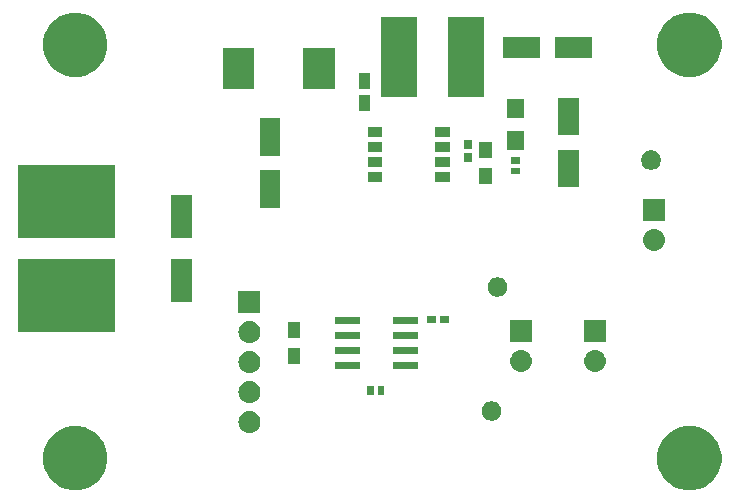
<source format=gts>
G04 #@! TF.GenerationSoftware,KiCad,Pcbnew,5.0.0*
G04 #@! TF.CreationDate,2018-08-15T09:13:27-04:00*
G04 #@! TF.ProjectId,rs485,72733438352E6B696361645F70636200,rev?*
G04 #@! TF.SameCoordinates,Original*
G04 #@! TF.FileFunction,Soldermask,Top*
G04 #@! TF.FilePolarity,Negative*
%FSLAX46Y46*%
G04 Gerber Fmt 4.6, Leading zero omitted, Abs format (unit mm)*
G04 Created by KiCad (PCBNEW 5.0.0) date Wed Aug 15 09:13:27 2018*
%MOMM*%
%LPD*%
G01*
G04 APERTURE LIST*
%ADD10C,0.100000*%
G04 APERTURE END LIST*
D10*
G36*
X88795205Y-110378566D02*
X89291338Y-110584071D01*
X89737852Y-110882423D01*
X90117577Y-111262148D01*
X90415929Y-111708662D01*
X90621434Y-112204795D01*
X90726200Y-112731493D01*
X90726200Y-113268507D01*
X90621434Y-113795205D01*
X90415929Y-114291338D01*
X90117577Y-114737852D01*
X89737852Y-115117577D01*
X89291338Y-115415929D01*
X88795205Y-115621434D01*
X88268507Y-115726200D01*
X87731493Y-115726200D01*
X87204795Y-115621434D01*
X86708662Y-115415929D01*
X86262148Y-115117577D01*
X85882423Y-114737852D01*
X85584071Y-114291338D01*
X85378566Y-113795205D01*
X85273800Y-113268507D01*
X85273800Y-112731493D01*
X85378566Y-112204795D01*
X85584071Y-111708662D01*
X85882423Y-111262148D01*
X86262148Y-110882423D01*
X86708662Y-110584071D01*
X87204795Y-110378566D01*
X87731493Y-110273800D01*
X88268507Y-110273800D01*
X88795205Y-110378566D01*
X88795205Y-110378566D01*
G37*
G36*
X36795205Y-110378566D02*
X37291338Y-110584071D01*
X37737852Y-110882423D01*
X38117577Y-111262148D01*
X38415929Y-111708662D01*
X38621434Y-112204795D01*
X38726200Y-112731493D01*
X38726200Y-113268507D01*
X38621434Y-113795205D01*
X38415929Y-114291338D01*
X38117577Y-114737852D01*
X37737852Y-115117577D01*
X37291338Y-115415929D01*
X36795205Y-115621434D01*
X36268507Y-115726200D01*
X35731493Y-115726200D01*
X35204795Y-115621434D01*
X34708662Y-115415929D01*
X34262148Y-115117577D01*
X33882423Y-114737852D01*
X33584071Y-114291338D01*
X33378566Y-113795205D01*
X33273800Y-113268507D01*
X33273800Y-112731493D01*
X33378566Y-112204795D01*
X33584071Y-111708662D01*
X33882423Y-111262148D01*
X34262148Y-110882423D01*
X34708662Y-110584071D01*
X35204795Y-110378566D01*
X35731493Y-110273800D01*
X36268507Y-110273800D01*
X36795205Y-110378566D01*
X36795205Y-110378566D01*
G37*
G36*
X50931563Y-108997201D02*
X50931566Y-108997202D01*
X50931567Y-108997202D01*
X51106156Y-109050163D01*
X51267059Y-109136167D01*
X51408091Y-109251909D01*
X51523833Y-109392941D01*
X51609837Y-109553844D01*
X51636504Y-109641752D01*
X51662799Y-109728437D01*
X51680682Y-109910000D01*
X51662799Y-110091563D01*
X51662798Y-110091566D01*
X51662798Y-110091567D01*
X51609837Y-110266156D01*
X51523833Y-110427059D01*
X51408091Y-110568091D01*
X51267059Y-110683833D01*
X51106156Y-110769837D01*
X50931567Y-110822798D01*
X50931566Y-110822798D01*
X50931563Y-110822799D01*
X50795501Y-110836200D01*
X50704499Y-110836200D01*
X50568437Y-110822799D01*
X50568434Y-110822798D01*
X50568433Y-110822798D01*
X50393844Y-110769837D01*
X50232941Y-110683833D01*
X50091909Y-110568091D01*
X49976167Y-110427059D01*
X49890163Y-110266156D01*
X49837202Y-110091567D01*
X49837202Y-110091566D01*
X49837201Y-110091563D01*
X49819318Y-109910000D01*
X49837201Y-109728437D01*
X49863497Y-109641752D01*
X49890163Y-109553844D01*
X49976167Y-109392941D01*
X50091909Y-109251909D01*
X50232941Y-109136167D01*
X50393844Y-109050163D01*
X50568433Y-108997202D01*
X50568434Y-108997202D01*
X50568437Y-108997201D01*
X50704499Y-108983800D01*
X50795501Y-108983800D01*
X50931563Y-108997201D01*
X50931563Y-108997201D01*
G37*
G36*
X71490994Y-108205550D02*
X71641353Y-108267831D01*
X71776672Y-108358248D01*
X71891752Y-108473328D01*
X71982169Y-108608647D01*
X72044450Y-108759006D01*
X72076200Y-108918626D01*
X72076200Y-109081374D01*
X72044450Y-109240994D01*
X71982169Y-109391353D01*
X71891752Y-109526672D01*
X71776672Y-109641752D01*
X71641353Y-109732169D01*
X71490994Y-109794450D01*
X71331374Y-109826200D01*
X71168626Y-109826200D01*
X71009006Y-109794450D01*
X70858647Y-109732169D01*
X70723328Y-109641752D01*
X70608248Y-109526672D01*
X70517831Y-109391353D01*
X70455550Y-109240994D01*
X70423800Y-109081374D01*
X70423800Y-108918626D01*
X70455550Y-108759006D01*
X70517831Y-108608647D01*
X70608248Y-108473328D01*
X70723328Y-108358248D01*
X70858647Y-108267831D01*
X71009006Y-108205550D01*
X71168626Y-108173800D01*
X71331374Y-108173800D01*
X71490994Y-108205550D01*
X71490994Y-108205550D01*
G37*
G36*
X50931563Y-106457201D02*
X50931566Y-106457202D01*
X50931567Y-106457202D01*
X51106156Y-106510163D01*
X51267059Y-106596167D01*
X51267061Y-106596168D01*
X51267060Y-106596168D01*
X51408091Y-106711909D01*
X51523832Y-106852940D01*
X51609837Y-107013844D01*
X51662799Y-107188437D01*
X51680682Y-107370000D01*
X51662799Y-107551563D01*
X51662798Y-107551566D01*
X51662798Y-107551567D01*
X51609837Y-107726156D01*
X51523833Y-107887059D01*
X51408091Y-108028091D01*
X51267059Y-108143833D01*
X51106156Y-108229837D01*
X50931567Y-108282798D01*
X50931566Y-108282798D01*
X50931563Y-108282799D01*
X50795501Y-108296200D01*
X50704499Y-108296200D01*
X50568437Y-108282799D01*
X50568434Y-108282798D01*
X50568433Y-108282798D01*
X50393844Y-108229837D01*
X50232941Y-108143833D01*
X50091909Y-108028091D01*
X49976167Y-107887059D01*
X49890163Y-107726156D01*
X49837202Y-107551567D01*
X49837202Y-107551566D01*
X49837201Y-107551563D01*
X49819318Y-107370000D01*
X49837201Y-107188437D01*
X49890163Y-107013844D01*
X49976168Y-106852940D01*
X50091909Y-106711909D01*
X50232940Y-106596168D01*
X50232939Y-106596168D01*
X50232941Y-106596167D01*
X50393844Y-106510163D01*
X50568433Y-106457202D01*
X50568434Y-106457202D01*
X50568437Y-106457201D01*
X50704499Y-106443800D01*
X50795501Y-106443800D01*
X50931563Y-106457201D01*
X50931563Y-106457201D01*
G37*
G36*
X61276200Y-107626200D02*
X60723800Y-107626200D01*
X60723800Y-106873800D01*
X61276200Y-106873800D01*
X61276200Y-107626200D01*
X61276200Y-107626200D01*
G37*
G36*
X62176200Y-107626200D02*
X61623800Y-107626200D01*
X61623800Y-106873800D01*
X62176200Y-106873800D01*
X62176200Y-107626200D01*
X62176200Y-107626200D01*
G37*
G36*
X50931563Y-103917201D02*
X50931566Y-103917202D01*
X50931567Y-103917202D01*
X51106156Y-103970163D01*
X51267059Y-104056167D01*
X51267061Y-104056168D01*
X51267060Y-104056168D01*
X51408091Y-104171909D01*
X51523832Y-104312940D01*
X51609837Y-104473844D01*
X51662799Y-104648437D01*
X51680682Y-104830000D01*
X51662799Y-105011563D01*
X51662798Y-105011566D01*
X51662798Y-105011567D01*
X51609837Y-105186156D01*
X51523833Y-105347059D01*
X51408091Y-105488091D01*
X51267059Y-105603833D01*
X51106156Y-105689837D01*
X50931567Y-105742798D01*
X50931566Y-105742798D01*
X50931563Y-105742799D01*
X50795501Y-105756200D01*
X50704499Y-105756200D01*
X50568437Y-105742799D01*
X50568434Y-105742798D01*
X50568433Y-105742798D01*
X50393844Y-105689837D01*
X50232941Y-105603833D01*
X50091909Y-105488091D01*
X49976167Y-105347059D01*
X49890163Y-105186156D01*
X49837202Y-105011567D01*
X49837202Y-105011566D01*
X49837201Y-105011563D01*
X49819318Y-104830000D01*
X49837201Y-104648437D01*
X49890163Y-104473844D01*
X49976168Y-104312940D01*
X50091909Y-104171909D01*
X50232940Y-104056168D01*
X50232939Y-104056168D01*
X50232941Y-104056167D01*
X50393844Y-103970163D01*
X50568433Y-103917202D01*
X50568434Y-103917202D01*
X50568437Y-103917201D01*
X50704499Y-103903800D01*
X50795501Y-103903800D01*
X50931563Y-103917201D01*
X50931563Y-103917201D01*
G37*
G36*
X80181563Y-103877201D02*
X80181566Y-103877202D01*
X80181567Y-103877202D01*
X80356156Y-103930163D01*
X80517059Y-104016167D01*
X80658091Y-104131909D01*
X80773833Y-104272941D01*
X80795213Y-104312941D01*
X80859837Y-104433844D01*
X80912799Y-104608437D01*
X80930682Y-104790000D01*
X80912799Y-104971563D01*
X80912798Y-104971566D01*
X80912798Y-104971567D01*
X80859837Y-105146156D01*
X80773833Y-105307059D01*
X80658091Y-105448091D01*
X80517059Y-105563833D01*
X80356156Y-105649837D01*
X80181567Y-105702798D01*
X80181566Y-105702798D01*
X80181563Y-105702799D01*
X80045501Y-105716200D01*
X79954499Y-105716200D01*
X79818437Y-105702799D01*
X79818434Y-105702798D01*
X79818433Y-105702798D01*
X79643844Y-105649837D01*
X79482941Y-105563833D01*
X79341909Y-105448091D01*
X79226167Y-105307059D01*
X79140163Y-105146156D01*
X79087202Y-104971567D01*
X79087202Y-104971566D01*
X79087201Y-104971563D01*
X79069318Y-104790000D01*
X79087201Y-104608437D01*
X79140163Y-104433844D01*
X79204787Y-104312941D01*
X79226167Y-104272941D01*
X79341909Y-104131909D01*
X79482941Y-104016167D01*
X79643844Y-103930163D01*
X79818433Y-103877202D01*
X79818434Y-103877202D01*
X79818437Y-103877201D01*
X79954499Y-103863800D01*
X80045501Y-103863800D01*
X80181563Y-103877201D01*
X80181563Y-103877201D01*
G37*
G36*
X73931563Y-103877201D02*
X73931566Y-103877202D01*
X73931567Y-103877202D01*
X74106156Y-103930163D01*
X74267059Y-104016167D01*
X74408091Y-104131909D01*
X74523833Y-104272941D01*
X74545213Y-104312941D01*
X74609837Y-104433844D01*
X74662799Y-104608437D01*
X74680682Y-104790000D01*
X74662799Y-104971563D01*
X74662798Y-104971566D01*
X74662798Y-104971567D01*
X74609837Y-105146156D01*
X74523833Y-105307059D01*
X74408091Y-105448091D01*
X74267059Y-105563833D01*
X74106156Y-105649837D01*
X73931567Y-105702798D01*
X73931566Y-105702798D01*
X73931563Y-105702799D01*
X73795501Y-105716200D01*
X73704499Y-105716200D01*
X73568437Y-105702799D01*
X73568434Y-105702798D01*
X73568433Y-105702798D01*
X73393844Y-105649837D01*
X73232941Y-105563833D01*
X73091909Y-105448091D01*
X72976167Y-105307059D01*
X72890163Y-105146156D01*
X72837202Y-104971567D01*
X72837202Y-104971566D01*
X72837201Y-104971563D01*
X72819318Y-104790000D01*
X72837201Y-104608437D01*
X72890163Y-104433844D01*
X72954787Y-104312941D01*
X72976167Y-104272941D01*
X73091909Y-104131909D01*
X73232941Y-104016167D01*
X73393844Y-103930163D01*
X73568433Y-103877202D01*
X73568434Y-103877202D01*
X73568437Y-103877201D01*
X73704499Y-103863800D01*
X73795501Y-103863800D01*
X73931563Y-103877201D01*
X73931563Y-103877201D01*
G37*
G36*
X60075000Y-105470000D02*
X57995000Y-105470000D01*
X57995000Y-104840000D01*
X60075000Y-104840000D01*
X60075000Y-105470000D01*
X60075000Y-105470000D01*
G37*
G36*
X65005000Y-105470000D02*
X62925000Y-105470000D01*
X62925000Y-104840000D01*
X65005000Y-104840000D01*
X65005000Y-105470000D01*
X65005000Y-105470000D01*
G37*
G36*
X55026200Y-105026200D02*
X53973800Y-105026200D01*
X53973800Y-103673800D01*
X55026200Y-103673800D01*
X55026200Y-105026200D01*
X55026200Y-105026200D01*
G37*
G36*
X65005000Y-104200000D02*
X62925000Y-104200000D01*
X62925000Y-103570000D01*
X65005000Y-103570000D01*
X65005000Y-104200000D01*
X65005000Y-104200000D01*
G37*
G36*
X60075000Y-104200000D02*
X57995000Y-104200000D01*
X57995000Y-103570000D01*
X60075000Y-103570000D01*
X60075000Y-104200000D01*
X60075000Y-104200000D01*
G37*
G36*
X50931563Y-101377201D02*
X50931566Y-101377202D01*
X50931567Y-101377202D01*
X51106156Y-101430163D01*
X51267059Y-101516167D01*
X51267061Y-101516168D01*
X51267060Y-101516168D01*
X51408091Y-101631909D01*
X51523832Y-101772940D01*
X51609837Y-101933844D01*
X51662799Y-102108437D01*
X51680682Y-102290000D01*
X51662799Y-102471563D01*
X51662798Y-102471566D01*
X51662798Y-102471567D01*
X51609837Y-102646156D01*
X51523833Y-102807059D01*
X51408091Y-102948091D01*
X51267059Y-103063833D01*
X51106156Y-103149837D01*
X50931567Y-103202798D01*
X50931566Y-103202798D01*
X50931563Y-103202799D01*
X50795501Y-103216200D01*
X50704499Y-103216200D01*
X50568437Y-103202799D01*
X50568434Y-103202798D01*
X50568433Y-103202798D01*
X50393844Y-103149837D01*
X50232941Y-103063833D01*
X50091909Y-102948091D01*
X49976167Y-102807059D01*
X49890163Y-102646156D01*
X49837202Y-102471567D01*
X49837202Y-102471566D01*
X49837201Y-102471563D01*
X49819318Y-102290000D01*
X49837201Y-102108437D01*
X49890163Y-101933844D01*
X49976168Y-101772940D01*
X50091909Y-101631909D01*
X50232940Y-101516168D01*
X50232939Y-101516168D01*
X50232941Y-101516167D01*
X50393844Y-101430163D01*
X50568433Y-101377202D01*
X50568434Y-101377202D01*
X50568437Y-101377201D01*
X50704499Y-101363800D01*
X50795501Y-101363800D01*
X50931563Y-101377201D01*
X50931563Y-101377201D01*
G37*
G36*
X74676200Y-103176200D02*
X72823800Y-103176200D01*
X72823800Y-101323800D01*
X74676200Y-101323800D01*
X74676200Y-103176200D01*
X74676200Y-103176200D01*
G37*
G36*
X80926200Y-103176200D02*
X79073800Y-103176200D01*
X79073800Y-101323800D01*
X80926200Y-101323800D01*
X80926200Y-103176200D01*
X80926200Y-103176200D01*
G37*
G36*
X65005000Y-102930000D02*
X62925000Y-102930000D01*
X62925000Y-102300000D01*
X65005000Y-102300000D01*
X65005000Y-102930000D01*
X65005000Y-102930000D01*
G37*
G36*
X60075000Y-102930000D02*
X57995000Y-102930000D01*
X57995000Y-102300000D01*
X60075000Y-102300000D01*
X60075000Y-102930000D01*
X60075000Y-102930000D01*
G37*
G36*
X55026200Y-102826200D02*
X53973800Y-102826200D01*
X53973800Y-101473800D01*
X55026200Y-101473800D01*
X55026200Y-102826200D01*
X55026200Y-102826200D01*
G37*
G36*
X39326200Y-102326200D02*
X31173800Y-102326200D01*
X31173800Y-96173800D01*
X39326200Y-96173800D01*
X39326200Y-102326200D01*
X39326200Y-102326200D01*
G37*
G36*
X60075000Y-101660000D02*
X57995000Y-101660000D01*
X57995000Y-101030000D01*
X60075000Y-101030000D01*
X60075000Y-101660000D01*
X60075000Y-101660000D01*
G37*
G36*
X65005000Y-101660000D02*
X62925000Y-101660000D01*
X62925000Y-101030000D01*
X65005000Y-101030000D01*
X65005000Y-101660000D01*
X65005000Y-101660000D01*
G37*
G36*
X67676200Y-101576200D02*
X66923800Y-101576200D01*
X66923800Y-100923800D01*
X67676200Y-100923800D01*
X67676200Y-101576200D01*
X67676200Y-101576200D01*
G37*
G36*
X66576200Y-101576200D02*
X65823800Y-101576200D01*
X65823800Y-100923800D01*
X66576200Y-100923800D01*
X66576200Y-101576200D01*
X66576200Y-101576200D01*
G37*
G36*
X51676200Y-100676200D02*
X49823800Y-100676200D01*
X49823800Y-98823800D01*
X51676200Y-98823800D01*
X51676200Y-100676200D01*
X51676200Y-100676200D01*
G37*
G36*
X45876200Y-99776200D02*
X44123800Y-99776200D01*
X44123800Y-96123800D01*
X45876200Y-96123800D01*
X45876200Y-99776200D01*
X45876200Y-99776200D01*
G37*
G36*
X71990994Y-97705550D02*
X72141353Y-97767831D01*
X72276672Y-97858248D01*
X72391752Y-97973328D01*
X72482169Y-98108647D01*
X72544450Y-98259006D01*
X72576200Y-98418626D01*
X72576200Y-98581374D01*
X72544450Y-98740994D01*
X72482169Y-98891353D01*
X72391752Y-99026672D01*
X72276672Y-99141752D01*
X72141353Y-99232169D01*
X71990994Y-99294450D01*
X71831374Y-99326200D01*
X71668626Y-99326200D01*
X71509006Y-99294450D01*
X71358647Y-99232169D01*
X71223328Y-99141752D01*
X71108248Y-99026672D01*
X71017831Y-98891353D01*
X70955550Y-98740994D01*
X70923800Y-98581374D01*
X70923800Y-98418626D01*
X70955550Y-98259006D01*
X71017831Y-98108647D01*
X71108248Y-97973328D01*
X71223328Y-97858248D01*
X71358647Y-97767831D01*
X71509006Y-97705550D01*
X71668626Y-97673800D01*
X71831374Y-97673800D01*
X71990994Y-97705550D01*
X71990994Y-97705550D01*
G37*
G36*
X85181563Y-93627201D02*
X85181566Y-93627202D01*
X85181567Y-93627202D01*
X85356156Y-93680163D01*
X85517059Y-93766167D01*
X85517061Y-93766168D01*
X85517060Y-93766168D01*
X85658091Y-93881909D01*
X85773832Y-94022940D01*
X85859837Y-94183844D01*
X85912799Y-94358437D01*
X85930682Y-94540000D01*
X85912799Y-94721563D01*
X85912798Y-94721566D01*
X85912798Y-94721567D01*
X85859837Y-94896156D01*
X85773833Y-95057059D01*
X85658091Y-95198091D01*
X85517059Y-95313833D01*
X85356156Y-95399837D01*
X85181567Y-95452798D01*
X85181566Y-95452798D01*
X85181563Y-95452799D01*
X85045501Y-95466200D01*
X84954499Y-95466200D01*
X84818437Y-95452799D01*
X84818434Y-95452798D01*
X84818433Y-95452798D01*
X84643844Y-95399837D01*
X84482941Y-95313833D01*
X84341909Y-95198091D01*
X84226167Y-95057059D01*
X84140163Y-94896156D01*
X84087202Y-94721567D01*
X84087202Y-94721566D01*
X84087201Y-94721563D01*
X84069318Y-94540000D01*
X84087201Y-94358437D01*
X84140163Y-94183844D01*
X84226168Y-94022940D01*
X84341909Y-93881909D01*
X84482940Y-93766168D01*
X84482939Y-93766168D01*
X84482941Y-93766167D01*
X84643844Y-93680163D01*
X84818433Y-93627202D01*
X84818434Y-93627202D01*
X84818437Y-93627201D01*
X84954499Y-93613800D01*
X85045501Y-93613800D01*
X85181563Y-93627201D01*
X85181563Y-93627201D01*
G37*
G36*
X45876200Y-94376200D02*
X44123800Y-94376200D01*
X44123800Y-90723800D01*
X45876200Y-90723800D01*
X45876200Y-94376200D01*
X45876200Y-94376200D01*
G37*
G36*
X39326200Y-94326200D02*
X31173800Y-94326200D01*
X31173800Y-88173800D01*
X39326200Y-88173800D01*
X39326200Y-94326200D01*
X39326200Y-94326200D01*
G37*
G36*
X85926200Y-92926200D02*
X84073800Y-92926200D01*
X84073800Y-91073800D01*
X85926200Y-91073800D01*
X85926200Y-92926200D01*
X85926200Y-92926200D01*
G37*
G36*
X53376200Y-91776200D02*
X51623800Y-91776200D01*
X51623800Y-88623800D01*
X53376200Y-88623800D01*
X53376200Y-91776200D01*
X53376200Y-91776200D01*
G37*
G36*
X78626200Y-90026200D02*
X76873800Y-90026200D01*
X76873800Y-86873800D01*
X78626200Y-86873800D01*
X78626200Y-90026200D01*
X78626200Y-90026200D01*
G37*
G36*
X71276200Y-89776200D02*
X70223800Y-89776200D01*
X70223800Y-88423800D01*
X71276200Y-88423800D01*
X71276200Y-89776200D01*
X71276200Y-89776200D01*
G37*
G36*
X62000000Y-89585000D02*
X60800000Y-89585000D01*
X60800000Y-88725000D01*
X62000000Y-88725000D01*
X62000000Y-89585000D01*
X62000000Y-89585000D01*
G37*
G36*
X67700000Y-89585000D02*
X66500000Y-89585000D01*
X66500000Y-88725000D01*
X67700000Y-88725000D01*
X67700000Y-89585000D01*
X67700000Y-89585000D01*
G37*
G36*
X73626200Y-88976200D02*
X72873800Y-88976200D01*
X72873800Y-88423800D01*
X73626200Y-88423800D01*
X73626200Y-88976200D01*
X73626200Y-88976200D01*
G37*
G36*
X84990994Y-86955550D02*
X85141353Y-87017831D01*
X85276672Y-87108248D01*
X85391752Y-87223328D01*
X85482169Y-87358647D01*
X85544450Y-87509006D01*
X85576200Y-87668626D01*
X85576200Y-87831374D01*
X85544450Y-87990994D01*
X85482169Y-88141353D01*
X85391752Y-88276672D01*
X85276672Y-88391752D01*
X85141353Y-88482169D01*
X84990994Y-88544450D01*
X84831374Y-88576200D01*
X84668626Y-88576200D01*
X84509006Y-88544450D01*
X84358647Y-88482169D01*
X84223328Y-88391752D01*
X84108248Y-88276672D01*
X84017831Y-88141353D01*
X83955550Y-87990994D01*
X83923800Y-87831374D01*
X83923800Y-87668626D01*
X83955550Y-87509006D01*
X84017831Y-87358647D01*
X84108248Y-87223328D01*
X84223328Y-87108248D01*
X84358647Y-87017831D01*
X84509006Y-86955550D01*
X84668626Y-86923800D01*
X84831374Y-86923800D01*
X84990994Y-86955550D01*
X84990994Y-86955550D01*
G37*
G36*
X67700000Y-88315000D02*
X66500000Y-88315000D01*
X66500000Y-87455000D01*
X67700000Y-87455000D01*
X67700000Y-88315000D01*
X67700000Y-88315000D01*
G37*
G36*
X62000000Y-88315000D02*
X60800000Y-88315000D01*
X60800000Y-87455000D01*
X62000000Y-87455000D01*
X62000000Y-88315000D01*
X62000000Y-88315000D01*
G37*
G36*
X73626200Y-88076200D02*
X72873800Y-88076200D01*
X72873800Y-87523800D01*
X73626200Y-87523800D01*
X73626200Y-88076200D01*
X73626200Y-88076200D01*
G37*
G36*
X69576200Y-87926200D02*
X68923800Y-87926200D01*
X68923800Y-87173800D01*
X69576200Y-87173800D01*
X69576200Y-87926200D01*
X69576200Y-87926200D01*
G37*
G36*
X71276200Y-87576200D02*
X70223800Y-87576200D01*
X70223800Y-86223800D01*
X71276200Y-86223800D01*
X71276200Y-87576200D01*
X71276200Y-87576200D01*
G37*
G36*
X53376200Y-87376200D02*
X51623800Y-87376200D01*
X51623800Y-84223800D01*
X53376200Y-84223800D01*
X53376200Y-87376200D01*
X53376200Y-87376200D01*
G37*
G36*
X67700000Y-87045000D02*
X66500000Y-87045000D01*
X66500000Y-86185000D01*
X67700000Y-86185000D01*
X67700000Y-87045000D01*
X67700000Y-87045000D01*
G37*
G36*
X62000000Y-87045000D02*
X60800000Y-87045000D01*
X60800000Y-86185000D01*
X62000000Y-86185000D01*
X62000000Y-87045000D01*
X62000000Y-87045000D01*
G37*
G36*
X73976200Y-86926200D02*
X72523800Y-86926200D01*
X72523800Y-85273800D01*
X73976200Y-85273800D01*
X73976200Y-86926200D01*
X73976200Y-86926200D01*
G37*
G36*
X69576200Y-86826200D02*
X68923800Y-86826200D01*
X68923800Y-86073800D01*
X69576200Y-86073800D01*
X69576200Y-86826200D01*
X69576200Y-86826200D01*
G37*
G36*
X62000000Y-85775000D02*
X60800000Y-85775000D01*
X60800000Y-84915000D01*
X62000000Y-84915000D01*
X62000000Y-85775000D01*
X62000000Y-85775000D01*
G37*
G36*
X67700000Y-85775000D02*
X66500000Y-85775000D01*
X66500000Y-84915000D01*
X67700000Y-84915000D01*
X67700000Y-85775000D01*
X67700000Y-85775000D01*
G37*
G36*
X78626200Y-85626200D02*
X76873800Y-85626200D01*
X76873800Y-82473800D01*
X78626200Y-82473800D01*
X78626200Y-85626200D01*
X78626200Y-85626200D01*
G37*
G36*
X73976200Y-84226200D02*
X72523800Y-84226200D01*
X72523800Y-82573800D01*
X73976200Y-82573800D01*
X73976200Y-84226200D01*
X73976200Y-84226200D01*
G37*
G36*
X60951200Y-83626200D02*
X60048800Y-83626200D01*
X60048800Y-82273800D01*
X60951200Y-82273800D01*
X60951200Y-83626200D01*
X60951200Y-83626200D01*
G37*
G36*
X64926200Y-82376200D02*
X61923800Y-82376200D01*
X61923800Y-75623800D01*
X64926200Y-75623800D01*
X64926200Y-82376200D01*
X64926200Y-82376200D01*
G37*
G36*
X70576200Y-82376200D02*
X67573800Y-82376200D01*
X67573800Y-75623800D01*
X70576200Y-75623800D01*
X70576200Y-82376200D01*
X70576200Y-82376200D01*
G37*
G36*
X60951200Y-81726200D02*
X60048800Y-81726200D01*
X60048800Y-80373800D01*
X60951200Y-80373800D01*
X60951200Y-81726200D01*
X60951200Y-81726200D01*
G37*
G36*
X51174820Y-81725930D02*
X48523060Y-81725930D01*
X48523060Y-78274070D01*
X51174820Y-78274070D01*
X51174820Y-81725930D01*
X51174820Y-81725930D01*
G37*
G36*
X57976940Y-81725930D02*
X55325180Y-81725930D01*
X55325180Y-78274070D01*
X57976940Y-78274070D01*
X57976940Y-81725930D01*
X57976940Y-81725930D01*
G37*
G36*
X88795205Y-75378566D02*
X89291338Y-75584071D01*
X89737852Y-75882423D01*
X90117577Y-76262148D01*
X90415929Y-76708662D01*
X90621434Y-77204795D01*
X90726200Y-77731493D01*
X90726200Y-78268507D01*
X90621434Y-78795205D01*
X90415929Y-79291338D01*
X90117577Y-79737852D01*
X89737852Y-80117577D01*
X89291338Y-80415929D01*
X88795205Y-80621434D01*
X88268507Y-80726200D01*
X87731493Y-80726200D01*
X87204795Y-80621434D01*
X86708662Y-80415929D01*
X86262148Y-80117577D01*
X85882423Y-79737852D01*
X85584071Y-79291338D01*
X85378566Y-78795205D01*
X85273800Y-78268507D01*
X85273800Y-77731493D01*
X85378566Y-77204795D01*
X85584071Y-76708662D01*
X85882423Y-76262148D01*
X86262148Y-75882423D01*
X86708662Y-75584071D01*
X87204795Y-75378566D01*
X87731493Y-75273800D01*
X88268507Y-75273800D01*
X88795205Y-75378566D01*
X88795205Y-75378566D01*
G37*
G36*
X36795205Y-75378566D02*
X37291338Y-75584071D01*
X37737852Y-75882423D01*
X38117577Y-76262148D01*
X38415929Y-76708662D01*
X38621434Y-77204795D01*
X38726200Y-77731493D01*
X38726200Y-78268507D01*
X38621434Y-78795205D01*
X38415929Y-79291338D01*
X38117577Y-79737852D01*
X37737852Y-80117577D01*
X37291338Y-80415929D01*
X36795205Y-80621434D01*
X36268507Y-80726200D01*
X35731493Y-80726200D01*
X35204795Y-80621434D01*
X34708662Y-80415929D01*
X34262148Y-80117577D01*
X33882423Y-79737852D01*
X33584071Y-79291338D01*
X33378566Y-78795205D01*
X33273800Y-78268507D01*
X33273800Y-77731493D01*
X33378566Y-77204795D01*
X33584071Y-76708662D01*
X33882423Y-76262148D01*
X34262148Y-75882423D01*
X34708662Y-75584071D01*
X35204795Y-75378566D01*
X35731493Y-75273800D01*
X36268507Y-75273800D01*
X36795205Y-75378566D01*
X36795205Y-75378566D01*
G37*
G36*
X79776200Y-79126200D02*
X76623800Y-79126200D01*
X76623800Y-77373800D01*
X79776200Y-77373800D01*
X79776200Y-79126200D01*
X79776200Y-79126200D01*
G37*
G36*
X75376200Y-79126200D02*
X72223800Y-79126200D01*
X72223800Y-77373800D01*
X75376200Y-77373800D01*
X75376200Y-79126200D01*
X75376200Y-79126200D01*
G37*
M02*

</source>
